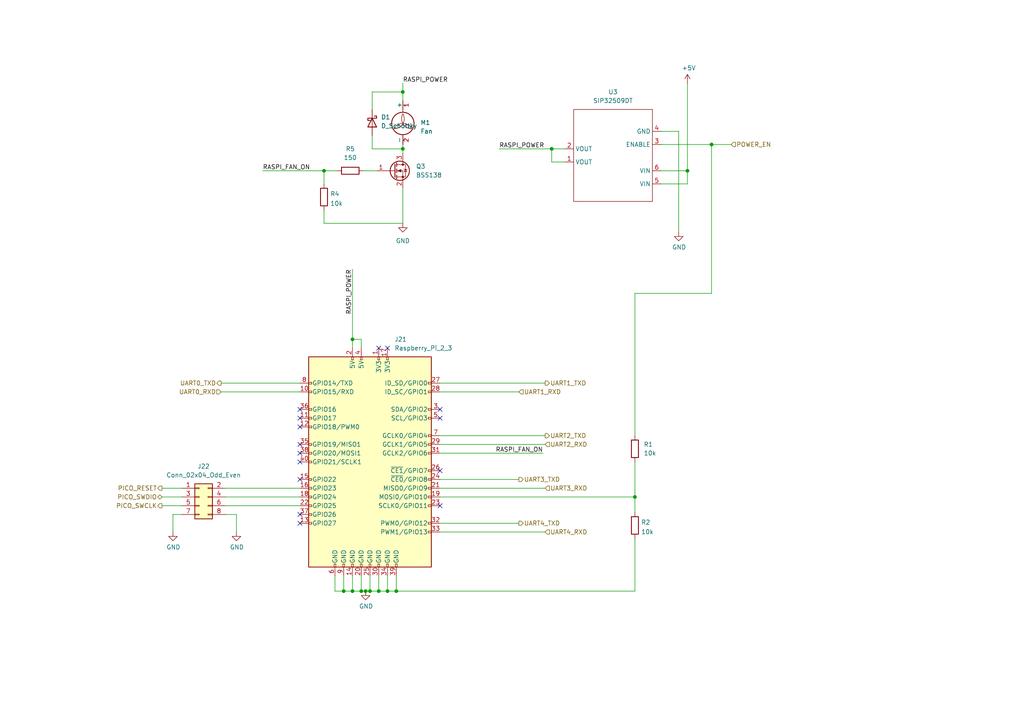
<source format=kicad_sch>
(kicad_sch (version 20211123) (generator eeschema)
  (paper "A4")
  (lib_symbols
    (symbol "Connector:Raspberry_Pi_2_3" (pin_names (offset 1.016))
      (property "Reference" "J" (at -17.78 31.75 0))
      (property "Value" "Raspberry_Pi_2_3" (at 10.16 -31.75 0))
      (symbol "Raspberry_Pi_2_3_0_1"
        (rectangle (start -17.78 30.48) (end 17.78 -30.48) (stroke (width 0.254)) (fill (type background)))
      )
      (symbol "Raspberry_Pi_2_3_1_1"
        (rectangle (start -16.891 -17.526) (end -17.78 -18.034))
        (rectangle (start -16.891 -14.986) (end -17.78 -15.494))
        (rectangle (start -16.891 -12.446) (end -17.78 -12.954))
        (rectangle (start -16.891 -9.906) (end -17.78 -10.414))
        (rectangle (start -16.891 -7.366) (end -17.78 -7.874))
        (rectangle (start -16.891 -4.826) (end -17.78 -5.334))
        (rectangle (start -16.891 0.254) (end -17.78 -0.254))
        (rectangle (start -16.891 2.794) (end -17.78 2.286))
        (rectangle (start -16.891 5.334) (end -17.78 4.826))
        (rectangle (start -16.891 10.414) (end -17.78 9.906))
        (rectangle (start -16.891 12.954) (end -17.78 12.446))
        (rectangle (start -16.891 15.494) (end -17.78 14.986))
        (rectangle (start -16.891 20.574) (end -17.78 20.066))
        (rectangle (start -16.891 23.114) (end -17.78 22.606))
        (rectangle (start -10.414 -29.591) (end -9.906 -30.48))
        (rectangle (start -7.874 -29.591) (end -7.366 -30.48))
        (rectangle (start -5.334 -29.591) (end -4.826 -30.48))
        (rectangle (start -5.334 30.48) (end -4.826 29.591))
        (rectangle (start -2.794 -29.591) (end -2.286 -30.48))
        (rectangle (start -2.794 30.48) (end -2.286 29.591))
        (rectangle (start -0.254 -29.591) (end 0.254 -30.48))
        (rectangle (start 2.286 -29.591) (end 2.794 -30.48))
        (rectangle (start 2.286 30.48) (end 2.794 29.591))
        (rectangle (start 4.826 -29.591) (end 5.334 -30.48))
        (rectangle (start 4.826 30.48) (end 5.334 29.591))
        (rectangle (start 7.366 -29.591) (end 7.874 -30.48))
        (rectangle (start 17.78 -20.066) (end 16.891 -20.574))
        (rectangle (start 17.78 -17.526) (end 16.891 -18.034))
        (rectangle (start 17.78 -12.446) (end 16.891 -12.954))
        (rectangle (start 17.78 -9.906) (end 16.891 -10.414))
        (rectangle (start 17.78 -7.366) (end 16.891 -7.874))
        (rectangle (start 17.78 -4.826) (end 16.891 -5.334))
        (rectangle (start 17.78 -2.286) (end 16.891 -2.794))
        (rectangle (start 17.78 2.794) (end 16.891 2.286))
        (rectangle (start 17.78 5.334) (end 16.891 4.826))
        (rectangle (start 17.78 7.874) (end 16.891 7.366))
        (rectangle (start 17.78 12.954) (end 16.891 12.446))
        (rectangle (start 17.78 15.494) (end 16.891 14.986))
        (rectangle (start 17.78 20.574) (end 16.891 20.066))
        (rectangle (start 17.78 23.114) (end 16.891 22.606))
        (pin power_in line (at 2.54 33.02 270) (length 2.54) (name "3V3") (number "1"))
        (pin bidirectional line (at -20.32 20.32 0) (length 2.54) (name "GPIO15/RXD") (number "10"))
        (pin bidirectional line (at -20.32 12.7 0) (length 2.54) (name "GPIO17") (number "11"))
        (pin bidirectional line (at -20.32 10.16 0) (length 2.54) (name "GPIO18/PWM0") (number "12"))
        (pin bidirectional line (at -20.32 -17.78 0) (length 2.54) (name "GPIO27") (number "13"))
        (pin power_in line (at -5.08 -33.02 90) (length 2.54) (name "GND") (number "14"))
        (pin bidirectional line (at -20.32 -5.08 0) (length 2.54) (name "GPIO22") (number "15"))
        (pin bidirectional line (at -20.32 -7.62 0) (length 2.54) (name "GPIO23") (number "16"))
        (pin power_in line (at 5.08 33.02 270) (length 2.54) (name "3V3") (number "17"))
        (pin bidirectional line (at -20.32 -10.16 0) (length 2.54) (name "GPIO24") (number "18"))
        (pin bidirectional line (at 20.32 -10.16 180) (length 2.54) (name "MOSI0/GPIO10") (number "19"))
        (pin power_in line (at -5.08 33.02 270) (length 2.54) (name "5V") (number "2"))
        (pin power_in line (at -2.54 -33.02 90) (length 2.54) (name "GND") (number "20"))
        (pin bidirectional line (at 20.32 -7.62 180) (length 2.54) (name "MISO0/GPIO9") (number "21"))
        (pin bidirectional line (at -20.32 -12.7 0) (length 2.54) (name "GPIO25") (number "22"))
        (pin bidirectional line (at 20.32 -12.7 180) (length 2.54) (name "SCLK0/GPIO11") (number "23"))
        (pin bidirectional line (at 20.32 -5.08 180) (length 2.54) (name "~{CE0}/GPIO8") (number "24"))
        (pin power_in line (at 0 -33.02 90) (length 2.54) (name "GND") (number "25"))
        (pin bidirectional line (at 20.32 -2.54 180) (length 2.54) (name "~{CE1}/GPIO7") (number "26"))
        (pin bidirectional line (at 20.32 22.86 180) (length 2.54) (name "ID_SD/GPIO0") (number "27"))
        (pin bidirectional line (at 20.32 20.32 180) (length 2.54) (name "ID_SC/GPIO1") (number "28"))
        (pin bidirectional line (at 20.32 5.08 180) (length 2.54) (name "GCLK1/GPIO5") (number "29"))
        (pin bidirectional line (at 20.32 15.24 180) (length 2.54) (name "SDA/GPIO2") (number "3"))
        (pin power_in line (at 2.54 -33.02 90) (length 2.54) (name "GND") (number "30"))
        (pin bidirectional line (at 20.32 2.54 180) (length 2.54) (name "GCLK2/GPIO6") (number "31"))
        (pin bidirectional line (at 20.32 -17.78 180) (length 2.54) (name "PWM0/GPIO12") (number "32"))
        (pin bidirectional line (at 20.32 -20.32 180) (length 2.54) (name "PWM1/GPIO13") (number "33"))
        (pin power_in line (at 5.08 -33.02 90) (length 2.54) (name "GND") (number "34"))
        (pin bidirectional line (at -20.32 5.08 0) (length 2.54) (name "GPIO19/MISO1") (number "35"))
        (pin bidirectional line (at -20.32 15.24 0) (length 2.54) (name "GPIO16") (number "36"))
        (pin bidirectional line (at -20.32 -15.24 0) (length 2.54) (name "GPIO26") (number "37"))
        (pin bidirectional line (at -20.32 2.54 0) (length 2.54) (name "GPIO20/MOSI1") (number "38"))
        (pin power_in line (at 7.62 -33.02 90) (length 2.54) (name "GND") (number "39"))
        (pin power_in line (at -2.54 33.02 270) (length 2.54) (name "5V") (number "4"))
        (pin bidirectional line (at -20.32 0 0) (length 2.54) (name "GPIO21/SCLK1") (number "40"))
        (pin bidirectional line (at 20.32 12.7 180) (length 2.54) (name "SCL/GPIO3") (number "5"))
        (pin power_in line (at -10.16 -33.02 90) (length 2.54) (name "GND") (number "6"))
        (pin bidirectional line (at 20.32 7.62 180) (length 2.54) (name "GCLK0/GPIO4") (number "7"))
        (pin bidirectional line (at -20.32 22.86 0) (length 2.54) (name "GPIO14/TXD") (number "8"))
        (pin power_in line (at -7.62 -33.02 90) (length 2.54) (name "GND") (number "9"))
      )
    )
    (symbol "Connector_Generic:Conn_02x04_Odd_Even" (pin_names (offset 1.016) hide)
      (property "Reference" "J" (at 1.27 5.08 0))
      (property "Value" "Conn_02x04_Odd_Even" (at 1.27 -7.62 0))
      (symbol "Conn_02x04_Odd_Even_1_1"
        (rectangle (start -1.27 -4.953) (end 0 -5.207) (stroke (width 0.1524)))
        (rectangle (start -1.27 -2.413) (end 0 -2.667) (stroke (width 0.1524)))
        (rectangle (start -1.27 0.127) (end 0 -0.127) (stroke (width 0.1524)))
        (rectangle (start -1.27 2.667) (end 0 2.413) (stroke (width 0.1524)))
        (rectangle (start -1.27 3.81) (end 3.81 -6.35) (stroke (width 0.254)) (fill (type background)))
        (rectangle (start 3.81 -4.953) (end 2.54 -5.207) (stroke (width 0.1524)))
        (rectangle (start 3.81 -2.413) (end 2.54 -2.667) (stroke (width 0.1524)))
        (rectangle (start 3.81 0.127) (end 2.54 -0.127) (stroke (width 0.1524)))
        (rectangle (start 3.81 2.667) (end 2.54 2.413) (stroke (width 0.1524)))
        (pin passive line (at -5.08 2.54 0) (length 3.81) (name "Pin_1") (number "1"))
        (pin passive line (at 7.62 2.54 180) (length 3.81) (name "Pin_2") (number "2"))
        (pin passive line (at -5.08 0 0) (length 3.81) (name "Pin_3") (number "3"))
        (pin passive line (at 7.62 0 180) (length 3.81) (name "Pin_4") (number "4"))
        (pin passive line (at -5.08 -2.54 0) (length 3.81) (name "Pin_5") (number "5"))
        (pin passive line (at 7.62 -2.54 180) (length 3.81) (name "Pin_6") (number "6"))
        (pin passive line (at -5.08 -5.08 0) (length 3.81) (name "Pin_7") (number "7"))
        (pin passive line (at 7.62 -5.08 180) (length 3.81) (name "Pin_8") (number "8"))
      )
    )
    (symbol "Device:D_Schottky" (pin_numbers hide) (pin_names (offset 1.016) hide)
      (property "Reference" "D" (at 0 2.54 0))
      (property "Value" "D_Schottky" (at 0 -2.54 0))
      (symbol "D_Schottky_0_1"
        (polyline (pts (xy 1.27 0) (xy -1.27 0)))
        (polyline (pts (xy 1.27 1.27) (xy 1.27 -1.27) (xy -1.27 0) (xy 1.27 1.27)) (stroke (width 0.254)))
        (polyline (pts (xy -1.905 0.635) (xy -1.905 1.27) (xy -1.27 1.27) (xy -1.27 -1.27) (xy -0.635 -1.27) (xy -0.635 -0.635)) (stroke (width 0.254)))
      )
      (symbol "D_Schottky_1_1"
        (pin passive line (at -3.81 0 0) (length 2.54) (name "K") (number "1"))
        (pin passive line (at 3.81 0 180) (length 2.54) (name "A") (number "2"))
      )
    )
    (symbol "Device:R" (pin_numbers hide) (pin_names (offset 0))
      (property "Reference" "R" (at 2.032 0 90))
      (property "Value" "R" (at 0 0 90))
      (symbol "R_0_1"
        (rectangle (start -1.016 -2.54) (end 1.016 2.54) (stroke (width 0.254)))
      )
      (symbol "R_1_1"
        (pin passive line (at 0 3.81 270) (length 1.27) (name "~") (number "1"))
        (pin passive line (at 0 -3.81 90) (length 1.27) (name "~") (number "2"))
      )
    )
    (symbol "Motor:Fan" (pin_names (offset 0))
      (property "Reference" "M" (at 2.54 5.08 0))
      (property "Value" "Fan" (at 2.54 -2.54 0))
      (symbol "Fan_0_1"
        (arc (start -2.54 -0.508) (mid -0.0014 0.9048) (end 0 3.81))
        (polyline (pts (xy 0 -5.08) (xy 0 -4.572)))
        (polyline (pts (xy 0 -2.2352) (xy 0 -2.6416)))
        (polyline (pts (xy 0 4.2672) (xy 0 4.6228)))
        (polyline (pts (xy 0 4.572) (xy 0 5.08)))
        (circle (center 0 1.016) (radius 3.2512) (stroke (width 0.254)))
        (arc (start 0 3.81) (mid 0.0468 0.9315) (end 2.54 -0.508))
        (arc (start 2.54 -0.508) (mid 0 1.0618) (end -2.54 -0.508))
      )
      (symbol "Fan_1_1"
        (pin passive line (at 0 7.62 270) (length 2.54) (name "+") (number "1"))
        (pin passive line (at 0 -5.08 90) (length 2.54) (name "-") (number "2"))
      )
    )
    (symbol "OpenMowerMainboardLib:SIP32509DT"
      (property "Reference" "U" (at 0 0 0))
      (property "Value" "SIP32509DT" (at 0 0 0))
      (symbol "SIP32509DT_0_1"
        (rectangle (start -22.86 40.64) (end 0 13.97))
      )
      (symbol "SIP32509DT_1_1"
        (pin power_out line (at 2.54 29.21 180) (length 2.54) (name "VOUT") (number "1"))
        (pin power_out line (at 2.54 25.4 180) (length 2.54) (name "VOUT") (number "2"))
        (pin input line (at -25.4 24.13 0) (length 2.54) (name "ENABLE") (number "3"))
        (pin input line (at -25.4 20.32 0) (length 2.54) (name "GND") (number "4"))
        (pin power_in line (at -25.4 35.56 0) (length 2.54) (name "VIN") (number "5"))
        (pin power_in line (at -25.4 31.75 0) (length 2.54) (name "VIN") (number "6"))
      )
    )
    (symbol "Transistor_FET:BSS138" (pin_names hide)
      (property "Reference" "Q" (at 5.08 1.905 0))
      (property "Value" "BSS138" (at 5.08 0 0))
      (symbol "BSS138_0_1"
        (polyline (pts (xy 0.254 0) (xy -2.54 0)))
        (polyline (pts (xy 0.254 1.905) (xy 0.254 -1.905)) (stroke (width 0.254)))
        (polyline (pts (xy 0.762 -1.27) (xy 0.762 -2.286)) (stroke (width 0.254)))
        (polyline (pts (xy 0.762 0.508) (xy 0.762 -0.508)) (stroke (width 0.254)))
        (polyline (pts (xy 0.762 2.286) (xy 0.762 1.27)) (stroke (width 0.254)))
        (polyline (pts (xy 2.54 2.54) (xy 2.54 1.778)))
        (polyline (pts (xy 2.54 -2.54) (xy 2.54 0) (xy 0.762 0)))
        (polyline (pts (xy 0.762 -1.778) (xy 3.302 -1.778) (xy 3.302 1.778) (xy 0.762 1.778)))
        (polyline (pts (xy 1.016 0) (xy 2.032 0.381) (xy 2.032 -0.381) (xy 1.016 0)) (fill (type outline)))
        (polyline (pts (xy 2.794 0.508) (xy 2.921 0.381) (xy 3.683 0.381) (xy 3.81 0.254)))
        (polyline (pts (xy 3.302 0.381) (xy 2.921 -0.254) (xy 3.683 -0.254) (xy 3.302 0.381)))
        (circle (center 1.651 0) (radius 2.794) (stroke (width 0.254)))
        (circle (center 2.54 -1.778) (radius 0.254) (fill (type outline)))
        (circle (center 2.54 1.778) (radius 0.254) (fill (type outline)))
      )
      (symbol "BSS138_1_1"
        (pin input line (at -5.08 0 0) (length 2.54) (name "G") (number "1"))
        (pin passive line (at 2.54 -5.08 90) (length 2.54) (name "S") (number "2"))
        (pin passive line (at 2.54 5.08 270) (length 2.54) (name "D") (number "3"))
      )
    )
    (symbol "power:+5V" (power) (pin_names (offset 0))
      (property "Value" "+5V" (at 0 3.556 0))
      (symbol "+5V_0_1"
        (polyline (pts (xy -0.762 1.27) (xy 0 2.54)))
        (polyline (pts (xy 0 0) (xy 0 2.54)))
        (polyline (pts (xy 0 2.54) (xy 0.762 1.27)))
      )
      (symbol "+5V_1_1"
        (pin power_in line (at 0 0 90) (length 0) hide (name "+5V") (number "1"))
      )
    )
    (symbol "power:GND" (power) (pin_names (offset 0))
      (property "Value" "GND" (at 0 -3.81 0))
      (symbol "GND_0_1"
        (polyline (pts (xy 0 0) (xy 0 -1.27) (xy 1.27 -1.27) (xy 0 -2.54) (xy -1.27 -1.27) (xy 0 -1.27)))
      )
      (symbol "GND_1_1"
        (pin power_in line (at 0 0 270) (length 0) hide (name "GND") (number "1"))
      )
    )
  )
  (junction (at 93.98 49.53))
  (junction (at 199.39 49.53))
  (junction (at 160.02 43.18))
  (junction (at 99.695 171.45))
  (junction (at 106.045 171.45))
  (junction (at 102.235 98.425))
  (junction (at 116.84 26.67))
  (junction (at 107.315 171.45))
  (junction (at 114.935 171.45))
  (junction (at 109.855 171.45))
  (junction (at 104.775 171.45))
  (junction (at 116.84 43.18))
  (junction (at 102.235 171.45))
  (junction (at 184.15 144.145))
  (junction (at 112.395 171.45))
  (junction (at 206.375 41.91))
  (no_connect (at 127.635 121.285))
  (no_connect (at 127.635 118.745))
  (no_connect (at 112.395 100.965))
  (no_connect (at 109.855 100.965))
  (no_connect (at 86.995 128.905))
  (no_connect (at 86.995 133.985))
  (no_connect (at 86.995 131.445))
  (no_connect (at 86.995 123.825))
  (no_connect (at 86.995 149.225))
  (no_connect (at 86.995 139.065))
  (no_connect (at 86.995 151.765))
  (no_connect (at 86.995 118.745))
  (no_connect (at 86.995 121.285))
  (no_connect (at 127.635 146.685))
  (no_connect (at 127.635 136.525))
  (wire (pts (xy 158.115 111.125) (xy 127.635 111.125)))
  (wire (pts (xy 99.695 167.005) (xy 99.695 171.45)))
  (wire (pts (xy 196.85 38.1) (xy 196.85 67.31)))
  (wire (pts (xy 116.84 24.13) (xy 116.84 26.67)))
  (wire (pts (xy 97.155 167.005) (xy 97.155 171.45)))
  (wire (pts (xy 127.635 144.145) (xy 184.15 144.145)))
  (wire (pts (xy 46.99 141.605) (xy 52.705 141.605)))
  (wire (pts (xy 144.78 43.18) (xy 160.02 43.18)))
  (wire (pts (xy 105.41 49.53) (xy 109.22 49.53)))
  (wire (pts (xy 199.39 53.34) (xy 199.39 49.53)))
  (wire (pts (xy 46.99 146.685) (xy 52.705 146.685)))
  (wire (pts (xy 158.115 141.605) (xy 127.635 141.605)))
  (wire (pts (xy 102.235 167.005) (xy 102.235 171.45)))
  (wire (pts (xy 127.635 139.065) (xy 150.495 139.065)))
  (wire (pts (xy 102.235 100.965) (xy 102.235 98.425)))
  (wire (pts (xy 52.705 149.225) (xy 50.165 149.225)))
  (wire (pts (xy 107.95 26.67) (xy 116.84 26.67)))
  (wire (pts (xy 76.2 49.53) (xy 93.98 49.53)))
  (wire (pts (xy 112.395 167.005) (xy 112.395 171.45)))
  (wire (pts (xy 107.95 39.37) (xy 107.95 43.18)))
  (wire (pts (xy 191.77 38.1) (xy 196.85 38.1)))
  (wire (pts (xy 65.405 144.145) (xy 86.995 144.145)))
  (wire (pts (xy 46.99 144.145) (xy 52.705 144.145)))
  (wire (pts (xy 114.935 171.45) (xy 114.935 167.005)))
  (wire (pts (xy 184.15 85.09) (xy 184.15 126.365)))
  (wire (pts (xy 191.77 41.91) (xy 206.375 41.91)))
  (wire (pts (xy 184.15 85.09) (xy 206.375 85.09)))
  (wire (pts (xy 102.235 98.425) (xy 102.235 78.105)))
  (wire (pts (xy 64.135 113.665) (xy 86.995 113.665)))
  (wire (pts (xy 93.98 49.53) (xy 97.79 49.53)))
  (wire (pts (xy 99.695 171.45) (xy 102.235 171.45)))
  (wire (pts (xy 109.855 167.005) (xy 109.855 171.45)))
  (wire (pts (xy 107.315 167.005) (xy 107.315 171.45)))
  (wire (pts (xy 191.77 49.53) (xy 199.39 49.53)))
  (wire (pts (xy 160.02 43.18) (xy 160.02 46.99)))
  (wire (pts (xy 50.165 149.225) (xy 50.165 154.305)))
  (wire (pts (xy 112.395 171.45) (xy 114.935 171.45)))
  (wire (pts (xy 127.635 151.765) (xy 150.495 151.765)))
  (wire (pts (xy 157.48 131.445) (xy 127.635 131.445)))
  (wire (pts (xy 65.405 149.225) (xy 68.58 149.225)))
  (wire (pts (xy 65.405 146.685) (xy 86.995 146.685)))
  (wire (pts (xy 102.235 98.425) (xy 104.775 98.425)))
  (wire (pts (xy 65.405 141.605) (xy 86.995 141.605)))
  (wire (pts (xy 184.15 156.21) (xy 184.15 171.45)))
  (wire (pts (xy 104.775 100.965) (xy 104.775 98.425)))
  (wire (pts (xy 160.02 43.18) (xy 163.83 43.18)))
  (wire (pts (xy 116.84 26.67) (xy 116.84 29.21)))
  (wire (pts (xy 158.115 126.365) (xy 127.635 126.365)))
  (wire (pts (xy 93.98 53.34) (xy 93.98 49.53)))
  (wire (pts (xy 206.375 41.91) (xy 212.09 41.91)))
  (wire (pts (xy 68.58 149.225) (xy 68.58 154.305)))
  (wire (pts (xy 93.98 60.96) (xy 93.98 64.77)))
  (wire (pts (xy 116.84 41.91) (xy 116.84 43.18)))
  (wire (pts (xy 107.315 171.45) (xy 109.855 171.45)))
  (wire (pts (xy 158.115 154.305) (xy 127.635 154.305)))
  (wire (pts (xy 199.39 24.13) (xy 199.39 49.53)))
  (wire (pts (xy 106.045 171.45) (xy 107.315 171.45)))
  (wire (pts (xy 86.995 111.125) (xy 64.135 111.125)))
  (wire (pts (xy 160.02 46.99) (xy 163.83 46.99)))
  (wire (pts (xy 191.77 53.34) (xy 199.39 53.34)))
  (wire (pts (xy 104.775 167.005) (xy 104.775 171.45)))
  (wire (pts (xy 107.95 31.75) (xy 107.95 26.67)))
  (wire (pts (xy 104.775 171.45) (xy 106.045 171.45)))
  (wire (pts (xy 116.84 64.77) (xy 116.84 54.61)))
  (wire (pts (xy 127.635 113.665) (xy 150.495 113.665)))
  (wire (pts (xy 109.855 171.45) (xy 112.395 171.45)))
  (wire (pts (xy 102.235 171.45) (xy 104.775 171.45)))
  (wire (pts (xy 93.98 64.77) (xy 116.84 64.77)))
  (wire (pts (xy 116.84 43.18) (xy 116.84 44.45)))
  (wire (pts (xy 107.95 43.18) (xy 116.84 43.18)))
  (wire (pts (xy 206.375 85.09) (xy 206.375 41.91)))
  (wire (pts (xy 184.15 171.45) (xy 114.935 171.45)))
  (wire (pts (xy 158.115 128.905) (xy 127.635 128.905)))
  (wire (pts (xy 184.15 144.145) (xy 184.15 148.59)))
  (wire (pts (xy 97.155 171.45) (xy 99.695 171.45)))
  (wire (pts (xy 184.15 133.985) (xy 184.15 144.145)))
  (label "RASPI_POWER" (at 116.84 24.13 0))
  (label "RASPI_FAN_ON" (at 76.2 49.53 0))
  (label "RASPI_POWER" (at 102.235 78.105 270))
  (label "RASPI_FAN_ON" (at 157.48 131.445 180))
  (label "RASPI_POWER" (at 144.78 43.18 0))
  (hierarchical_label "UART4_RXD" (shape input) (at 158.115 154.305 0))
  (hierarchical_label "UART0_RXD" (shape input) (at 64.135 113.665 180))
  (hierarchical_label "PICO_SWCLK" (shape output) (at 46.99 146.685 180))
  (hierarchical_label "UART1_RXD" (shape input) (at 150.495 113.665 0))
  (hierarchical_label "UART3_TXD" (shape output) (at 150.495 139.065 0))
  (hierarchical_label "UART4_TXD" (shape output) (at 150.495 151.765 0))
  (hierarchical_label "PICO_RESET" (shape output) (at 46.99 141.605 180))
  (hierarchical_label "UART3_RXD" (shape input) (at 158.115 141.605 0))
  (hierarchical_label "UART1_TXD" (shape output) (at 158.115 111.125 0))
  (hierarchical_label "UART2_RXD" (shape input) (at 158.115 128.905 0))
  (hierarchical_label "UART2_TXD" (shape output) (at 158.115 126.365 0))
  (hierarchical_label "POWER_EN" (shape input) (at 212.09 41.91 0))
  (hierarchical_label "PICO_SWDIO" (shape bidirectional) (at 46.99 144.145 180))
  (hierarchical_label "UART0_TXD" (shape output) (at 64.135 111.125 180))
  (symbol (lib_id "power:+5V") (at 199.39 24.13 0) (unit 1)
    (property "Reference" "#PWR0114" (effects hide))
    (property "Value" "+5V" (at 199.771 19.7358 0))
  )
  (symbol (lib_id "Motor:Fan") (at 116.84 36.83 0) (unit 1)
    (property "Reference" "M1" (at 121.92 35.5599 0) (effects (justify left)))
    (property "Value" "Fan" (at 121.92 38.0999 0) (effects (justify left)))
    (property "Footprint" "Connector_PinHeader_2.54mm:PinHeader_1x02_P2.54mm_Vertical" (effects hide))
  )
  (symbol (lib_id "Device:D_Schottky") (at 107.95 35.56 270) (unit 1)
    (property "Reference" "D1" (at 110.49 33.9724 90) (effects (justify left)))
    (property "Value" "D_Schottky" (at 110.49 36.5124 90) (effects (justify left)))
    (property "Footprint" "Diode_SMD:D_SOD-123F" (effects hide))
  )
  (symbol (lib_id "Device:R") (at 184.15 152.4 180) (unit 1)
    (property "Reference" "R2" (at 185.928 151.4915 0) (effects (justify right)))
    (property "Value" "10k" (at 185.928 154.2666 0) (effects (justify right)))
    (property "Footprint" "Resistor_SMD:R_0805_2012Metric_Pad1.20x1.40mm_HandSolder" (effects hide))
  )
  (symbol (lib_id "Connector_Generic:Conn_02x04_Odd_Even") (at 57.785 144.145 0) (unit 1)
    (property "Reference" "J22" (at 59.055 135.255 0))
    (property "Value" "Conn_02x04_Odd_Even" (at 59.055 137.795 0))
    (property "Footprint" "Connector_PinHeader_2.54mm:PinHeader_2x04_P2.54mm_Vertical" (effects hide))
  )
  (symbol (lib_id "power:GND") (at 50.165 154.305 0) (unit 1)
    (property "Reference" "#PWR0157" (effects hide))
    (property "Value" "GND" (at 50.292 158.6992 0))
  )
  (symbol (lib_id "power:GND") (at 68.58 154.305 0) (unit 1)
    (property "Reference" "#PWR0173" (effects hide))
    (property "Value" "GND" (at 68.707 158.6992 0))
  )
  (symbol (lib_id "power:GND") (at 106.045 171.45 0) (unit 1)
    (property "Reference" "#PWR0148" (effects hide))
    (property "Value" "GND" (at 106.172 175.8442 0))
  )
  (symbol (lib_id "power:GND") (at 196.85 67.31 0) (unit 1)
    (property "Reference" "#PWR0118" (effects hide))
    (property "Value" "GND" (at 196.977 71.7042 0))
  )
  (symbol (lib_id "OpenMowerMainboardLib:SIP32509DT") (at 166.37 17.78 180) (unit 1)
    (property "Reference" "U3" (at 177.8 26.67 0))
    (property "Value" "SIP32509DT" (at 177.8 29.21 0))
    (property "Footprint" "Package_TO_SOT_SMD:SOT-23-6_Handsoldering" (effects hide))
  )
  (symbol (lib_id "Device:R") (at 101.6 49.53 90) (unit 1)
    (property "Reference" "R5" (at 101.6 43.18 90))
    (property "Value" "150" (at 101.6 45.72 90))
    (property "Footprint" "Resistor_SMD:R_0805_2012Metric_Pad1.20x1.40mm_HandSolder" (effects hide))
  )
  (symbol (lib_id "Transistor_FET:BSS138") (at 114.3 49.53 0) (unit 1)
    (property "Reference" "Q3" (at 120.65 48.2599 0) (effects (justify left)))
    (property "Value" "BSS138" (at 120.65 50.7999 0) (effects (justify left)))
    (property "Footprint" "Package_TO_SOT_SMD:SOT-23" (effects hide))
    (property "Datasheet" "https://www.onsemi.com/pub/Collateral/BSS138-D.PDF" (effects hide))
  )
  (symbol (lib_id "Device:R") (at 93.98 57.15 180) (unit 1)
    (property "Reference" "R4" (at 95.758 56.2415 0) (effects (justify right)))
    (property "Value" "10k" (at 95.758 59.0166 0) (effects (justify right)))
    (property "Footprint" "Resistor_SMD:R_0805_2012Metric_Pad1.20x1.40mm_HandSolder" (effects hide))
  )
  (symbol (lib_id "Connector:Raspberry_Pi_2_3") (at 107.315 133.985 0) (unit 1)
    (property "Reference" "J21" (at 114.4144 98.425 0) (effects (justify left)))
    (property "Value" "Raspberry_Pi_2_3" (at 114.4144 100.965 0) (effects (justify left)))
    (property "Footprint" "Connector_PinSocket_2.54mm:PinSocket_2x20_P2.54mm_Vertical_SMD" (effects hide))
    (property "Datasheet" "https://www.raspberrypi.org/documentation/hardware/raspberrypi/schematics/rpi_SCH_3bplus_1p0_reduced.pdf" (effects hide))
  )
  (symbol (lib_id "Device:R") (at 184.15 130.175 0) (unit 1)
    (property "Reference" "R1" (at 186.69 128.9049 0) (effects (justify left)))
    (property "Value" "10k" (at 186.69 131.4449 0) (effects (justify left)))
    (property "Footprint" "Resistor_SMD:R_0805_2012Metric_Pad1.20x1.40mm_HandSolder" (effects hide))
  )
  (symbol (lib_id "power:GND") (at 116.84 64.77 0) (unit 1)
    (property "Reference" "#PWR0119" (effects hide))
    (property "Value" "GND" (at 116.84 69.85 0))
  )
)
</source>
